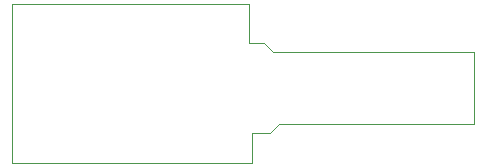
<source format=gbr>
%TF.GenerationSoftware,KiCad,Pcbnew,7.0.6-7.0.6~ubuntu22.04.1*%
%TF.CreationDate,2023-08-14T10:47:40+02:00*%
%TF.ProjectId,SHT45,53485434-352e-46b6-9963-61645f706362,rev?*%
%TF.SameCoordinates,Original*%
%TF.FileFunction,Profile,NP*%
%FSLAX46Y46*%
G04 Gerber Fmt 4.6, Leading zero omitted, Abs format (unit mm)*
G04 Created by KiCad (PCBNEW 7.0.6-7.0.6~ubuntu22.04.1) date 2023-08-14 10:47:40*
%MOMM*%
%LPD*%
G01*
G04 APERTURE LIST*
%TA.AperFunction,Profile*%
%ADD10C,0.100000*%
%TD*%
G04 APERTURE END LIST*
D10*
X143510000Y-78994000D02*
X144780000Y-78994000D01*
X145542000Y-79756000D01*
X162560000Y-79756000D01*
X162560000Y-85852000D01*
X146050000Y-85852000D01*
X145288000Y-86614000D01*
X143764000Y-86614000D01*
X143764000Y-89154000D01*
X123444000Y-89154000D01*
X123444000Y-75692000D01*
X143510000Y-75692000D01*
X143510000Y-78994000D01*
M02*

</source>
